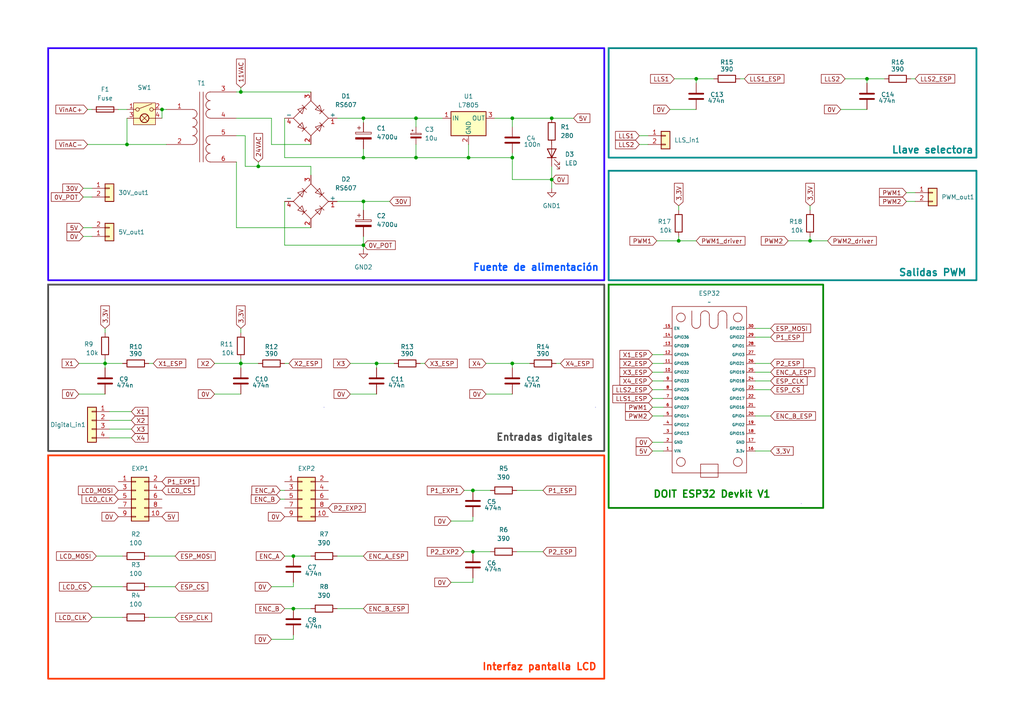
<source format=kicad_sch>
(kicad_sch (version 20231120) (generator "eeschema") (generator_version "8.0")
  (paper "A4")
  (title_block (title "Simulador de variador de frecuencia con ESP32") (date "2025-08-01") (rev "1.0") (company "Industrias Kuts S.A.S") (comment 1 "Drawn By: Oriana S."))
  (lib_symbols
    (symbol "Connector_Generic:Conn_01x02" (pin_names (offset 1.016) hide)
      (property "Reference" "J" (at 0 2.54 0))
      (property "Value" "Conn_01x02" (at 0 -5.08 0))
      (symbol "Conn_01x02_1_1"
        (rectangle (start -1.27 -2.413) (end 0 -2.667) (stroke (width 0.1524)))
        (rectangle (start -1.27 0.127) (end 0 -0.127) (stroke (width 0.1524)))
        (rectangle (start -1.27 1.27) (end 1.27 -3.81) (stroke (width 0.254)) (fill (type background)))
        (pin passive line (at -5.08 0 0) (length 3.81) (name "Pin_1") (number "1"))
        (pin passive line (at -5.08 -2.54 0) (length 3.81) (name "Pin_2") (number "2"))
      )
    )
    (symbol "Connector_Generic:Conn_01x04" (pin_names (offset 1.016) hide)
      (property "Reference" "J" (at 0 5.08 0))
      (property "Value" "Conn_01x04" (at 0 -7.62 0))
      (symbol "Conn_01x04_1_1"
        (rectangle (start -1.27 -4.953) (end 0 -5.207) (stroke (width 0.1524)))
        (rectangle (start -1.27 -2.413) (end 0 -2.667) (stroke (width 0.1524)))
        (rectangle (start -1.27 0.127) (end 0 -0.127) (stroke (width 0.1524)))
        (rectangle (start -1.27 2.667) (end 0 2.413) (stroke (width 0.1524)))
        (rectangle (start -1.27 3.81) (end 1.27 -6.35) (stroke (width 0.254)) (fill (type background)))
        (pin passive line (at -5.08 2.54 0) (length 3.81) (name "Pin_1") (number "1"))
        (pin passive line (at -5.08 0 0) (length 3.81) (name "Pin_2") (number "2"))
        (pin passive line (at -5.08 -2.54 0) (length 3.81) (name "Pin_3") (number "3"))
        (pin passive line (at -5.08 -5.08 0) (length 3.81) (name "Pin_4") (number "4"))
      )
    )
    (symbol "Connector_Generic:Conn_02x05_Odd_Even" (pin_names (offset 1.016) hide)
      (property "Reference" "J" (at 1.27 7.62 0))
      (property "Value" "Conn_02x05_Odd_Even" (at 1.27 -7.62 0))
      (symbol "Conn_02x05_Odd_Even_1_1"
        (rectangle (start -1.27 -4.953) (end 0 -5.207) (stroke (width 0.1524)))
        (rectangle (start -1.27 -2.413) (end 0 -2.667) (stroke (width 0.1524)))
        (rectangle (start -1.27 0.127) (end 0 -0.127) (stroke (width 0.1524)))
        (rectangle (start -1.27 2.667) (end 0 2.413) (stroke (width 0.1524)))
        (rectangle (start -1.27 5.207) (end 0 4.953) (stroke (width 0.1524)))
        (rectangle (start -1.27 6.35) (end 3.81 -6.35) (stroke (width 0.254)) (fill (type background)))
        (rectangle (start 3.81 -4.953) (end 2.54 -5.207) (stroke (width 0.1524)))
        (rectangle (start 3.81 -2.413) (end 2.54 -2.667) (stroke (width 0.1524)))
        (rectangle (start 3.81 0.127) (end 2.54 -0.127) (stroke (width 0.1524)))
        (rectangle (start 3.81 2.667) (end 2.54 2.413) (stroke (width 0.1524)))
        (rectangle (start 3.81 5.207) (end 2.54 4.953) (stroke (width 0.1524)))
        (pin passive line (at -5.08 5.08 0) (length 3.81) (name "Pin_1") (number "1"))
        (pin passive line (at 7.62 -5.08 180) (length 3.81) (name "Pin_10") (number "10"))
        (pin passive line (at 7.62 5.08 180) (length 3.81) (name "Pin_2") (number "2"))
        (pin passive line (at -5.08 2.54 0) (length 3.81) (name "Pin_3") (number "3"))
        (pin passive line (at 7.62 2.54 180) (length 3.81) (name "Pin_4") (number "4"))
        (pin passive line (at -5.08 0 0) (length 3.81) (name "Pin_5") (number "5"))
        (pin passive line (at 7.62 0 180) (length 3.81) (name "Pin_6") (number "6"))
        (pin passive line (at -5.08 -2.54 0) (length 3.81) (name "Pin_7") (number "7"))
        (pin passive line (at 7.62 -2.54 180) (length 3.81) (name "Pin_8") (number "8"))
        (pin passive line (at -5.08 -5.08 0) (length 3.81) (name "Pin_9") (number "9"))
      )
    )
    (symbol "Device:C" (pin_numbers hide) (pin_names (offset 0.254))
      (property "Reference" "C" (at 0.635 2.54 0))
      (property "Value" "C" (at 0.635 -2.54 0))
      (symbol "C_0_1"
        (polyline (pts (xy -2.032 -0.762) (xy 2.032 -0.762)) (stroke (width 0.508)))
        (polyline (pts (xy -2.032 0.762) (xy 2.032 0.762)) (stroke (width 0.508)))
      )
      (symbol "C_1_1"
        (pin passive line (at 0 3.81 270) (length 2.794) (name "~") (number "1"))
        (pin passive line (at 0 -3.81 90) (length 2.794) (name "~") (number "2"))
      )
    )
    (symbol "Device:C_Polarized" (pin_numbers hide) (pin_names (offset 0.254))
      (property "Reference" "C" (at 0.635 2.54 0))
      (property "Value" "C_Polarized" (at 0.635 -2.54 0))
      (symbol "C_Polarized_0_1"
        (rectangle (start -2.286 0.508) (end 2.286 1.016))
        (polyline (pts (xy -1.778 2.286) (xy -0.762 2.286)))
        (polyline (pts (xy -1.27 2.794) (xy -1.27 1.778)))
        (rectangle (start 2.286 -0.508) (end -2.286 -1.016) (fill (type outline)))
      )
      (symbol "C_Polarized_1_1"
        (pin passive line (at 0 3.81 270) (length 2.794) (name "~") (number "1"))
        (pin passive line (at 0 -3.81 90) (length 2.794) (name "~") (number "2"))
      )
    )
    (symbol "Device:C_Polarized_Small" (pin_numbers hide) (pin_names (offset 0.254) hide)
      (property "Reference" "C" (at 0.254 1.778 0))
      (property "Value" "C_Polarized_Small" (at 0.254 -2.032 0))
      (symbol "C_Polarized_Small_0_1"
        (rectangle (start -1.524 -0.3048) (end 1.524 -0.6858) (fill (type outline)))
        (rectangle (start -1.524 0.6858) (end 1.524 0.3048))
        (polyline (pts (xy -1.27 1.524) (xy -0.762 1.524)))
        (polyline (pts (xy -1.016 1.27) (xy -1.016 1.778)))
      )
      (symbol "C_Polarized_Small_1_1"
        (pin passive line (at 0 2.54 270) (length 1.8542) (name "~") (number "1"))
        (pin passive line (at 0 -2.54 90) (length 1.8542) (name "~") (number "2"))
      )
    )
    (symbol "Device:Fuse" (pin_numbers hide) (pin_names (offset 0))
      (property "Reference" "F" (at 2.032 0 90))
      (property "Value" "Fuse" (at -1.905 0 90))
      (symbol "Fuse_0_1"
        (rectangle (start -0.762 -2.54) (end 0.762 2.54) (stroke (width 0.254)))
        (polyline (pts (xy 0 2.54) (xy 0 -2.54)))
      )
      (symbol "Fuse_1_1"
        (pin passive line (at 0 3.81 270) (length 1.27) (name "~") (number "1"))
        (pin passive line (at 0 -3.81 90) (length 1.27) (name "~") (number "2"))
      )
    )
    (symbol "Device:LED" (pin_numbers hide) (pin_names (offset 1.016) hide)
      (property "Reference" "D" (at 0 2.54 0))
      (property "Value" "LED" (at 0 -2.54 0))
      (symbol "LED_0_1"
        (polyline (pts (xy -1.27 -1.27) (xy -1.27 1.27)) (stroke (width 0.254)))
        (polyline (pts (xy -1.27 0) (xy 1.27 0)))
        (polyline (pts (xy 1.27 -1.27) (xy 1.27 1.27) (xy -1.27 0) (xy 1.27 -1.27)) (stroke (width 0.254)))
        (polyline (pts (xy -3.048 -0.762) (xy -4.572 -2.286) (xy -3.81 -2.286) (xy -4.572 -2.286) (xy -4.572 -1.524)))
        (polyline (pts (xy -1.778 -0.762) (xy -3.302 -2.286) (xy -2.54 -2.286) (xy -3.302 -2.286) (xy -3.302 -1.524)))
      )
      (symbol "LED_1_1"
        (pin passive line (at -3.81 0 0) (length 2.54) (name "K") (number "1"))
        (pin passive line (at 3.81 0 180) (length 2.54) (name "A") (number "2"))
      )
    )
    (symbol "Device:R" (pin_numbers hide) (pin_names (offset 0))
      (property "Reference" "R" (at 2.032 0 90))
      (property "Value" "R" (at 0 0 90))
      (symbol "R_0_1"
        (rectangle (start -1.016 -2.54) (end 1.016 2.54) (stroke (width 0.254)))
      )
      (symbol "R_1_1"
        (pin passive line (at 0 3.81 270) (length 1.27) (name "~") (number "1"))
        (pin passive line (at 0 -3.81 90) (length 1.27) (name "~") (number "2"))
      )
    )
    (symbol "Device:Transformer_1P_2S" (pin_names (offset 1.016) hide)
      (property "Reference" "T" (at 0 12.7 0))
      (property "Value" "Transformer_1P_2S" (at 0 -12.7 0))
      (symbol "Transformer_1P_2S_0_1"
        (arc (start -2.54 -5.0546) (mid -1.6599 -4.6901) (end -1.27 -3.81))
        (arc (start -2.54 -2.5146) (mid -1.6599 -2.1501) (end -1.27 -1.27))
        (arc (start -2.54 0.0254) (mid -1.6599 0.3899) (end -1.27 1.27))
        (arc (start -2.54 2.5654) (mid -1.6599 2.9299) (end -1.27 3.81))
        (arc (start -1.27 -3.81) (mid -1.642 -2.912) (end -2.54 -2.54))
        (arc (start -1.27 -1.27) (mid -1.642 -0.372) (end -2.54 0))
        (arc (start -1.27 1.27) (mid -1.642 2.168) (end -2.54 2.54))
        (arc (start -1.27 3.81) (mid -1.642 4.708) (end -2.54 5.08))
        (polyline (pts (xy -0.508 -10.16) (xy -0.508 10.16)))
        (polyline (pts (xy 0.508 10.16) (xy 0.508 -10.16)))
        (arc (start 1.2954 -8.89) (mid 1.6599 -9.7701) (end 2.54 -10.1346))
        (arc (start 1.2954 -6.35) (mid 1.6599 -7.2301) (end 2.54 -7.5946))
        (arc (start 1.2954 -3.81) (mid 1.6599 -4.6901) (end 2.54 -5.0546))
        (arc (start 1.2954 3.81) (mid 1.6599 2.9299) (end 2.54 2.5654))
        (arc (start 1.2954 6.35) (mid 1.6599 5.4699) (end 2.54 5.1054))
        (arc (start 1.2954 8.89) (mid 1.6599 8.0099) (end 2.54 7.6454))
        (arc (start 2.54 -7.62) (mid 1.642 -7.992) (end 1.2954 -8.89))
        (arc (start 2.54 -5.08) (mid 1.642 -5.452) (end 1.2954 -6.35))
        (arc (start 2.54 -2.54) (mid 1.642 -2.912) (end 1.2954 -3.81))
        (arc (start 2.54 5.08) (mid 1.642 4.708) (end 1.2954 3.81))
        (arc (start 2.54 7.62) (mid 1.642 7.248) (end 1.2954 6.35))
        (arc (start 2.54 10.16) (mid 1.642 9.788) (end 1.2954 8.89))
      )
      (symbol "Transformer_1P_2S_1_1"
        (pin passive line (at -10.16 5.08 0) (length 7.62) (name "AA") (number "1"))
        (pin passive line (at -10.16 -5.08 0) (length 7.62) (name "AB") (number "2"))
        (pin passive line (at 10.16 10.16 180) (length 7.62) (name "SA") (number "3"))
        (pin passive line (at 10.16 2.54 180) (length 7.62) (name "SB") (number "4"))
        (pin passive line (at 10.16 -2.54 180) (length 7.62) (name "SC") (number "5"))
        (pin passive line (at 10.16 -10.16 180) (length 7.62) (name "SD") (number "6"))
      )
    )
    (symbol "Diode_Bridge:GBU6K" (pin_names (offset 0))
      (property "Reference" "D" (at 2.54 6.985 0))
      (property "Value" "GBU6K" (at 2.54 5.08 0))
      (symbol "GBU6K_0_1"
        (polyline (pts (xy -2.54 3.81) (xy -1.27 2.54)))
        (polyline (pts (xy -1.27 -2.54) (xy -2.54 -3.81)))
        (polyline (pts (xy 2.54 -1.27) (xy 3.81 -2.54)))
        (polyline (pts (xy 2.54 1.27) (xy 3.81 2.54)))
        (polyline (pts (xy -3.81 2.54) (xy -2.54 1.27) (xy -1.905 3.175) (xy -3.81 2.54)))
        (polyline (pts (xy -2.54 -1.27) (xy -3.81 -2.54) (xy -1.905 -3.175) (xy -2.54 -1.27)))
        (polyline (pts (xy 1.27 2.54) (xy 2.54 3.81) (xy 3.175 1.905) (xy 1.27 2.54)))
        (polyline (pts (xy 3.175 -1.905) (xy 1.27 -2.54) (xy 2.54 -3.81) (xy 3.175 -1.905)))
        (polyline (pts (xy -5.08 0) (xy 0 -5.08) (xy 5.08 0) (xy 0 5.08) (xy -5.08 0)))
      )
      (symbol "GBU6K_1_1"
        (pin passive line (at 7.62 0 180) (length 2.54) (name "+") (number "1"))
        (pin passive line (at 0 -7.62 90) (length 2.54) (name "~") (number "2"))
        (pin passive line (at 0 7.62 270) (length 2.54) (name "~") (number "3"))
        (pin passive line (at -7.62 0 0) (length 2.54) (name "-") (number "4"))
      )
    )
    (symbol "Doit_ESP32_Devkit_V1:ESP32_30Pin"
      (property "Reference" "U" (at 0 0 0))
      (property "Footprint" "ESP32_30pin" (at 0 -2.54 0))
      (symbol "ESP32_30Pin_0_1"
        (rectangle (start -24.13 10.795) (end 24.13 -10.795))
        (arc (start -22.8675 -1.2775) (mid -22.4933 -2.1733) (end -21.5975 -2.5475))
        (arc (start -22.8675 3.8025) (mid -22.4933 2.9067) (end -21.5975 2.5325))
        (arc (start -21.59 0) (mid -22.4873 -0.3727) (end -22.86 -1.27))
        (arc (start -21.59 5.08) (mid -22.4873 4.7073) (end -22.86 3.81))
        (circle (center -20.955 -8.255) (radius 1.27))
        (circle (center -20.955 8.255) (radius 1.27))
        (arc (start -19.0475 -5.0825) (mid -18.1502 -4.7098) (end -17.7775 -3.8125))
        (arc (start -19.0475 -0.0025) (mid -18.1502 0.3702) (end -17.7775 1.2675))
        (arc (start -17.77 -3.805) (mid -18.1442 -2.9092) (end -19.04 -2.535))
        (arc (start -17.77 1.275) (mid -18.1442 2.1708) (end -19.04 2.545))
        (polyline (pts (xy -21.59 -2.54) (xy -20.32 -2.54)))
        (polyline (pts (xy -21.59 0) (xy -20.32 0)))
        (polyline (pts (xy -21.59 2.54) (xy -20.32 2.54)))
        (polyline (pts (xy -21.59 5.08) (xy -20.32 5.08)))
        (polyline (pts (xy -20.32 -5.08) (xy -22.86 -5.08)))
        (polyline (pts (xy -20.32 5.08) (xy -17.78 5.08)))
        (polyline (pts (xy -19.0475 -5.0825) (xy -20.3175 -5.0825)))
        (polyline (pts (xy -19.0475 -2.5425) (xy -20.3175 -2.5425)))
        (polyline (pts (xy -19.0475 -0.0025) (xy -20.3175 -0.0025)))
        (polyline (pts (xy -19.0475 2.5375) (xy -20.3175 2.5375)))
        (circle (center 20.955 -8.255) (radius 1.27))
        (circle (center 20.955 8.255) (radius 1.27))
        (rectangle (start 21.59 2.54) (end 25.4 -2.54))
      )
      (symbol "ESP32_30Pin_1_1"
        (pin power_out line (at 17.78 -13.335 90) (length 2.54) (name "VIN") (number "1"))
        (pin bidirectional line (at -5.08 -13.335 90) (length 2.54) (name "GPIO32") (number "10"))
        (pin bidirectional line (at -7.62 -13.335 90) (length 2.54) (name "GPIO35") (number "11"))
        (pin bidirectional line (at -10.16 -13.335 90) (length 2.54) (name "GPIO34") (number "12"))
        (pin bidirectional line (at -12.7 -13.335 90) (length 2.54) (name "GPIO39") (number "13"))
        (pin bidirectional line (at -15.24 -13.335 90) (length 2.54) (name "GPIO36") (number "14"))
        (pin bidirectional line (at -17.78 -13.335 90) (length 2.54) (name "EN") (number "15"))
        (pin output line (at 17.78 13.335 270) (length 2.54) (name "3.3v") (number "16"))
        (pin power_in line (at 15.24 13.335 270) (length 2.54) (name "GND") (number "17"))
        (pin bidirectional line (at 12.7 13.335 270) (length 2.54) (name "GPIO15") (number "18"))
        (pin bidirectional line (at 10.16 13.335 270) (length 2.54) (name "GPIO2") (number "19"))
        (pin bidirectional line (at 15.24 -13.335 90) (length 2.54) (name "GND") (number "2"))
        (pin bidirectional line (at 7.62 13.335 270) (length 2.54) (name "GPIO4") (number "20"))
        (pin bidirectional line (at 5.08 13.335 270) (length 2.54) (name "GPIO16") (number "21"))
        (pin bidirectional line (at 2.54 13.335 270) (length 2.54) (name "GPIO17") (number "22"))
        (pin bidirectional line (at 0 13.335 270) (length 2.54) (name "GPIO5") (number "23"))
        (pin bidirectional line (at -2.54 13.335 270) (length 2.54) (name "GPIO18") (number "24"))
        (pin bidirectional line (at -5.08 13.335 270) (length 2.54) (name "GPIO19") (number "25"))
        (pin bidirectional line (at -7.62 13.335 270) (length 2.54) (name "GPIO21") (number "26"))
        (pin bidirectional line (at -10.16 13.335 270) (length 2.54) (name "GPIO3") (number "27"))
        (pin bidirectional line (at -12.7 13.335 270) (length 2.54) (name "GPIO1") (number "28"))
        (pin bidirectional line (at -15.24 13.335 270) (length 2.54) (name "GPIO22") (number "29"))
        (pin bidirectional line (at 12.7 -13.335 90) (length 2.54) (name "GPIO13") (number "3"))
        (pin bidirectional line (at -17.78 13.335 270) (length 2.54) (name "GPIO23") (number "30"))
        (pin bidirectional line (at 10.16 -13.335 90) (length 2.54) (name "GPIO12") (number "4"))
        (pin bidirectional line (at 7.62 -13.335 90) (length 2.54) (name "GPIO14") (number "5"))
        (pin bidirectional line (at 5.08 -13.335 90) (length 2.54) (name "GPIO27") (number "6"))
        (pin bidirectional line (at 2.54 -13.335 90) (length 2.54) (name "GPIO26") (number "7"))
        (pin bidirectional line (at 0 -13.335 90) (length 2.54) (name "GPIO25") (number "8"))
        (pin bidirectional line (at -2.54 -13.335 90) (length 2.54) (name "GPIO33") (number "9"))
      )
    )
    (symbol "Regulator_Linear:L7805" (pin_names (offset 0.254))
      (property "Reference" "U" (at -3.81 3.175 0))
      (property "Value" "L7805" (at 0 3.175 0))
      (symbol "L7805_0_1"
        (rectangle (start -5.08 1.905) (end 5.08 -5.08) (stroke (width 0.254)) (fill (type background)))
      )
      (symbol "L7805_1_1"
        (pin power_in line (at -7.62 0 0) (length 2.54) (name "IN") (number "1"))
        (pin power_in line (at 0 -7.62 90) (length 2.54) (name "GND") (number "2"))
        (pin power_out line (at 7.62 0 180) (length 2.54) (name "OUT") (number "3"))
      )
    )
    (symbol "Switch:SW_SPST_Lamp" (pin_names (offset 1.016) hide)
      (property "Reference" "SW" (at 0 6.35 0))
      (property "Value" "SW_SPST_Lamp" (at 0 -3.81 0))
      (symbol "SW_SPST_Lamp_0_1"
        (circle (center -2.032 2.54) (radius 0.508))
        (polyline (pts (xy -2.54 0) (xy -1.27 0)))
        (polyline (pts (xy -1.524 2.794) (xy 2.159 4.191)))
        (polyline (pts (xy -0.889 -0.889) (xy 0.889 0.889)))
        (polyline (pts (xy 0.889 -0.889) (xy -0.889 0.889)))
        (polyline (pts (xy 2.54 0) (xy 1.27 0)))
        (circle (center 0 0) (radius 1.27) (stroke (width 0.254)))
        (circle (center 2.032 2.54) (radius 0.508))
        (pin passive line (at -5.08 2.54 0) (length 2.54) (name "1") (number "1"))
        (pin passive line (at 5.08 2.54 180) (length 2.54) (name "2") (number "2"))
        (pin passive line (at -5.08 0 0) (length 2.54) (name "L") (number "3"))
        (pin passive line (at 5.08 0 180) (length 2.54) (name "L") (number "4"))
      )
      (symbol "SW_SPST_Lamp_1_1"
        (rectangle (start -3.175 4.445) (end 3.175 -1.905) (fill (type background)))
      )
    )
    (symbol "power:GND" (power) (pin_numbers hide) (pin_names (offset 0) hide)
      (property "Value" "GND" (at 0 -3.81 0))
      (symbol "GND_0_1"
        (polyline (pts (xy 0 0) (xy 0 -1.27) (xy 1.27 -1.27) (xy 0 -2.54) (xy -1.27 -1.27) (xy 0 -1.27)))
      )
      (symbol "GND_1_1"
        (pin power_in line (at 0 0 270) (length 0) (name "~") (number "1"))
      )
    )
  )
  (junction (at 148.59 34.29))
  (junction (at 148.59 105.41))
  (junction (at 234.95 69.85))
  (junction (at 135.89 45.72))
  (junction (at 69.85 105.41))
  (junction (at 251.46 22.86))
  (junction (at 105.41 45.72))
  (junction (at 120.65 45.72))
  (junction (at 120.65 34.29))
  (junction (at 105.41 71.12))
  (junction (at 36.83 41.91))
  (junction (at 85.09 161.29))
  (junction (at 201.93 22.86))
  (junction (at 69.85 26.67))
  (junction (at 85.09 176.53))
  (junction (at 30.48 105.41))
  (junction (at 105.41 34.29))
  (junction (at 74.93 48.26))
  (junction (at 137.16 160.02))
  (junction (at 46.99 31.75))
  (junction (at 160.02 34.29))
  (junction (at 109.22 105.41))
  (junction (at 137.16 142.24))
  (junction (at 105.41 58.42))
  (junction (at 160.02 52.07))
  (junction (at 148.59 45.72))
  (junction (at 196.85 69.85))
  (wire (pts (xy 68.58 26.67) (xy 69.85 26.67)))
  (wire (pts (xy 30.48 104.14) (xy 30.48 105.41)))
  (wire (pts (xy 69.85 25.4) (xy 69.85 26.67)))
  (wire (pts (xy 160.02 40.64) (xy 160.02 41.91)))
  (wire (pts (xy 46.99 31.75) (xy 48.26 31.75)))
  (wire (pts (xy 160.02 34.29) (xy 166.37 34.29)))
  (wire (pts (xy 120.65 34.29) (xy 105.41 34.29)))
  (wire (pts (xy 31.75 119.38) (xy 38.1 119.38)))
  (wire (pts (xy 161.29 105.41) (xy 162.56 105.41)))
  (wire (pts (xy 185.42 41.91) (xy 187.96 41.91)))
  (wire (pts (xy 245.11 22.86) (xy 251.46 22.86)))
  (wire (pts (xy 43.18 105.41) (xy 44.45 105.41)))
  (wire (pts (xy 195.58 22.86) (xy 201.93 22.86)))
  (wire (pts (xy 82.55 105.41) (xy 83.82 105.41)))
  (wire (pts (xy 82.55 176.53) (xy 85.09 176.53)))
  (wire (pts (xy 36.83 41.91) (xy 48.26 41.91)))
  (wire (pts (xy 189.23 113.03) (xy 192.405 113.03)))
  (wire (pts (xy 24.13 66.04) (xy 26.67 66.04)))
  (wire (pts (xy 120.65 36.83) (xy 120.65 34.29)))
  (wire (pts (xy 135.89 41.91) (xy 135.89 45.72)))
  (wire (pts (xy 34.29 31.75) (xy 36.83 31.75)))
  (wire (pts (xy 189.23 102.87) (xy 192.405 102.87)))
  (wire (pts (xy 196.85 59.69) (xy 196.85 60.96)))
  (wire (pts (xy 105.41 43.18) (xy 105.41 45.72)))
  (wire (pts (xy 69.85 26.67) (xy 90.17 26.67)))
  (wire (pts (xy 228.6 69.85) (xy 234.95 69.85)))
  (wire (pts (xy 46.99 31.75) (xy 46.99 34.29)))
  (wire (pts (xy 190.5 69.85) (xy 196.85 69.85)))
  (wire (pts (xy 251.46 22.86) (xy 256.54 22.86)))
  (wire (pts (xy 140.97 105.41) (xy 148.59 105.41)))
  (wire (pts (xy 31.75 124.46) (xy 38.1 124.46)))
  (wire (pts (xy 148.59 105.41) (xy 153.67 105.41)))
  (wire (pts (xy 148.59 45.72) (xy 148.59 52.07)))
  (wire (pts (xy 105.41 34.29) (xy 97.79 34.29)))
  (wire (pts (xy 234.95 59.69) (xy 234.95 60.96)))
  (wire (pts (xy 149.86 160.02) (xy 157.48 160.02)))
  (wire (pts (xy 43.18 161.29) (xy 50.8 161.29)))
  (wire (pts (xy 26.67 170.18) (xy 35.56 170.18)))
  (wire (pts (xy 160.02 52.07) (xy 160.02 54.61)))
  (wire (pts (xy 62.23 105.41) (xy 69.85 105.41)))
  (wire (pts (xy 105.41 72.39) (xy 105.41 71.12)))
  (wire (pts (xy 189.23 130.81) (xy 192.405 130.81)))
  (wire (pts (xy 120.65 45.72) (xy 105.41 45.72)))
  (wire (pts (xy 251.46 22.86) (xy 251.46 24.13)))
  (wire (pts (xy 82.55 34.29) (xy 82.55 45.72)))
  (wire (pts (xy 219.075 97.79) (xy 223.52 97.79)))
  (wire (pts (xy 105.41 35.56) (xy 105.41 34.29)))
  (wire (pts (xy 234.95 69.85) (xy 240.03 69.85)))
  (wire (pts (xy 90.17 48.26) (xy 74.93 48.26)))
  (wire (pts (xy 189.23 128.27) (xy 192.405 128.27)))
  (wire (pts (xy 189.23 110.49) (xy 192.405 110.49)))
  (wire (pts (xy 68.58 46.99) (xy 68.58 66.04)))
  (wire (pts (xy 196.85 68.58) (xy 196.85 69.85)))
  (wire (pts (xy 24.13 68.58) (xy 26.67 68.58)))
  (wire (pts (xy 137.16 151.13) (xy 130.81 151.13)))
  (wire (pts (xy 148.59 114.3) (xy 140.97 114.3)))
  (wire (pts (xy 27.94 161.29) (xy 35.56 161.29)))
  (wire (pts (xy 74.93 48.26) (xy 71.12 48.26)))
  (wire (pts (xy 69.85 114.3) (xy 62.23 114.3)))
  (wire (pts (xy 43.18 179.07) (xy 50.8 179.07)))
  (wire (pts (xy 105.41 71.12) (xy 82.55 71.12)))
  (wire (pts (xy 135.89 45.72) (xy 120.65 45.72)))
  (wire (pts (xy 105.41 58.42) (xy 113.03 58.42)))
  (wire (pts (xy 201.93 31.75) (xy 194.31 31.75)))
  (wire (pts (xy 219.075 110.49) (xy 223.52 110.49)))
  (wire (pts (xy 135.89 45.72) (xy 148.59 45.72)))
  (wire (pts (xy 223.52 113.03) (xy 219.075 113.03)))
  (wire (pts (xy 148.59 44.45) (xy 148.59 45.72)))
  (wire (pts (xy 30.48 95.25) (xy 30.48 96.52)))
  (wire (pts (xy 137.16 142.24) (xy 142.24 142.24)))
  (wire (pts (xy 105.41 68.58) (xy 105.41 71.12)))
  (wire (pts (xy 137.16 167.64) (xy 137.16 168.91)))
  (wire (pts (xy 81.28 142.24) (xy 82.55 142.24)))
  (wire (pts (xy 264.16 22.86) (xy 265.43 22.86)))
  (wire (pts (xy 148.59 34.29) (xy 160.02 34.29)))
  (wire (pts (xy 30.48 105.41) (xy 30.48 106.68)))
  (wire (pts (xy 85.09 161.29) (xy 90.17 161.29)))
  (wire (pts (xy 85.09 170.18) (xy 78.74 170.18)))
  (wire (pts (xy 68.58 34.29) (xy 78.74 34.29)))
  (wire (pts (xy 148.59 36.83) (xy 148.59 34.29)))
  (wire (pts (xy 262.89 55.88) (xy 265.43 55.88)))
  (wire (pts (xy 189.23 107.95) (xy 192.405 107.95)))
  (wire (pts (xy 90.17 48.26) (xy 90.17 50.8)))
  (wire (pts (xy 234.95 68.58) (xy 234.95 69.85)))
  (wire (pts (xy 189.23 105.41) (xy 192.405 105.41)))
  (wire (pts (xy 81.28 144.78) (xy 82.55 144.78)))
  (wire (pts (xy 22.86 105.41) (xy 30.48 105.41)))
  (wire (pts (xy 97.79 176.53) (xy 105.41 176.53)))
  (wire (pts (xy 201.93 22.86) (xy 201.93 24.13)))
  (wire (pts (xy 251.46 31.75) (xy 243.84 31.75)))
  (wire (pts (xy 189.23 115.57) (xy 192.405 115.57)))
  (wire (pts (xy 71.12 39.37) (xy 68.58 39.37)))
  (wire (pts (xy 69.85 104.14) (xy 69.85 105.41)))
  (wire (pts (xy 137.16 149.86) (xy 137.16 151.13)))
  (wire (pts (xy 85.09 185.42) (xy 78.74 185.42)))
  (wire (pts (xy 196.85 69.85) (xy 201.93 69.85)))
  (wire (pts (xy 109.22 114.3) (xy 101.6 114.3)))
  (wire (pts (xy 185.42 39.37) (xy 187.96 39.37)))
  (wire (pts (xy 109.22 105.41) (xy 109.22 106.68)))
  (wire (pts (xy 31.75 127) (xy 38.1 127)))
  (wire (pts (xy 78.74 34.29) (xy 78.74 41.91)))
  (wire (pts (xy 201.93 22.86) (xy 207.01 22.86)))
  (wire (pts (xy 25.4 41.91) (xy 36.83 41.91)))
  (wire (pts (xy 105.41 58.42) (xy 105.41 60.96)))
  (wire (pts (xy 134.62 160.02) (xy 137.16 160.02)))
  (wire (pts (xy 24.13 54.61) (xy 26.67 54.61)))
  (wire (pts (xy 101.6 105.41) (xy 109.22 105.41)))
  (wire (pts (xy 214.63 22.86) (xy 215.9 22.86)))
  (wire (pts (xy 68.58 66.04) (xy 90.17 66.04)))
  (wire (pts (xy 148.59 52.07) (xy 160.02 52.07)))
  (wire (pts (xy 85.09 176.53) (xy 90.17 176.53)))
  (wire (pts (xy 223.52 105.41) (xy 219.075 105.41)))
  (wire (pts (xy 85.09 184.15) (xy 85.09 185.42)))
  (wire (pts (xy 143.51 34.29) (xy 148.59 34.29)))
  (wire (pts (xy 262.89 58.42) (xy 265.43 58.42)))
  (wire (pts (xy 223.52 107.95) (xy 219.075 107.95)))
  (wire (pts (xy 25.4 31.75) (xy 26.67 31.75)))
  (wire (pts (xy 137.16 160.02) (xy 142.24 160.02)))
  (wire (pts (xy 121.92 105.41) (xy 123.19 105.41)))
  (wire (pts (xy 109.22 105.41) (xy 114.3 105.41)))
  (wire (pts (xy 74.93 46.99) (xy 74.93 48.26)))
  (wire (pts (xy 78.74 41.91) (xy 90.17 41.91)))
  (wire (pts (xy 189.23 118.11) (xy 192.405 118.11)))
  (wire (pts (xy 30.48 114.3) (xy 22.86 114.3)))
  (wire (pts (xy 189.23 120.65) (xy 192.405 120.65)))
  (wire (pts (xy 69.85 95.25) (xy 69.85 96.52)))
  (wire (pts (xy 97.79 161.29) (xy 105.41 161.29)))
  (wire (pts (xy 148.59 105.41) (xy 148.59 106.68)))
  (wire (pts (xy 97.79 58.42) (xy 105.41 58.42)))
  (wire (pts (xy 223.52 120.65) (xy 219.075 120.65)))
  (wire (pts (xy 43.18 170.18) (xy 50.8 170.18)))
  (wire (pts (xy 149.86 142.24) (xy 157.48 142.24)))
  (wire (pts (xy 26.67 179.07) (xy 35.56 179.07)))
  (wire (pts (xy 82.55 45.72) (xy 105.41 45.72)))
  (wire (pts (xy 82.55 161.29) (xy 85.09 161.29)))
  (wire (pts (xy 120.65 34.29) (xy 128.27 34.29)))
  (wire (pts (xy 36.83 34.29) (xy 36.83 41.91)))
  (wire (pts (xy 30.48 105.41) (xy 35.56 105.41)))
  (wire (pts (xy 134.62 142.24) (xy 137.16 142.24)))
  (wire (pts (xy 219.075 95.25) (xy 223.52 95.25)))
  (wire (pts (xy 137.16 168.91) (xy 130.81 168.91)))
  (wire (pts (xy 24.13 57.15) (xy 26.67 57.15)))
  (wire (pts (xy 82.55 58.42) (xy 82.55 71.12)))
  (wire (pts (xy 120.65 41.91) (xy 120.65 45.72)))
  (wire (pts (xy 85.09 168.91) (xy 85.09 170.18)))
  (wire (pts (xy 160.02 48.26) (xy 160.02 52.07)))
  (wire (pts (xy 31.75 121.92) (xy 38.1 121.92)))
  (wire (pts (xy 69.85 105.41) (xy 69.85 106.68)))
  (wire (pts (xy 219.075 130.81) (xy 223.52 130.81)))
  (wire (pts (xy 69.85 105.41) (xy 74.93 105.41)))
  (wire (pts (xy 71.12 39.37) (xy 71.12 48.26)))
  (rectangle (start 176.53 13.97) (end 283.21 45.72) (stroke (width 0.508) (color 0 132 132 1)))
  (rectangle (start 172.72 118.11) (end 172.72 118.11))
  (rectangle (start 176.53 82.55) (end 238.76 147.32) (stroke (width 0.508) (color 0 132 0 1)))
  (rectangle (start 13.97 82.55) (end 175.26 130.81) (stroke (width 0.508) (color 72 72 72 1)))
  (rectangle (start 93.98 118.11) (end 93.98 118.11))
  (rectangle (start 13.97 13.97) (end 175.26 81.28) (stroke (width 0.508) (color 52 0 255 1)))
  (rectangle (start 176.53 49.53) (end 283.21 81.28) (stroke (width 0.508) (color 0 132 132 1)))
  (rectangle (start 13.97 132.08) (end 175.26 196.85) (stroke (width 0.508) (color 255 49 0 1)))
  (rectangle (start 232.41 146.05) (end 232.41 146.05))
  (text "Fuente de alimentación" (at 155.448 77.724 0) (effects (font (size 2.032 2.032) (thickness 0.4064) (bold yes))))
  (text "Entradas digitales" (at 157.988 127 0) (effects (font (size 2.032 2.032) (thickness 0.4064) (bold yes))))
  (text "Llave selectora" (at 270.51 43.688 0) (effects (font (size 2.032 2.032) (bold yes))))
  (text "Interfaz pantalla LCD" (at 156.464 193.548 0) (effects (font (size 2.032 2.032) (thickness 0.4064) (bold yes))))
  (text "Salidas PWM" (at 270.51 79.248 0) (effects (font (size 2.032 2.032) (bold yes))))
  (text "DOIT ESP32 Devkit V1" (at 206.502 143.51 0) (effects (font (size 2.032 2.032) (thickness 0.4064) (bold yes))))
  (global_label "ENC_A" (shape input) (at 82.55 161.29 180) (property "Intersheetrefs" "${INTERSHEET_REFS}" (effects (hide yes))))
  (global_label "LCD_CS" (shape input) (at 26.67 170.18 180) (property "Intersheetrefs" "${INTERSHEET_REFS}" (effects (hide yes))))
  (global_label "LLS2_ESP" (shape input) (at 189.23 113.03 180) (property "Intersheetrefs" "${INTERSHEET_REFS}" (effects (hide yes))))
  (global_label "0V" (shape input) (at 243.84 31.75 180) (property "Intersheetrefs" "${INTERSHEET_REFS}" (effects (hide yes))))
  (global_label "0V" (shape input) (at 78.74 170.18 180) (property "Intersheetrefs" "${INTERSHEET_REFS}" (effects (hide yes))))
  (global_label "PWM2_driver" (shape input) (at 240.03 69.85 0) (property "Intersheetrefs" "${INTERSHEET_REFS}" (effects (hide yes))))
  (global_label "P1_ESP" (shape input) (at 223.52 97.79 0) (property "Intersheetrefs" "${INTERSHEET_REFS}" (effects (hide yes))))
  (global_label "0V" (shape input) (at 82.55 149.86 180) (property "Intersheetrefs" "${INTERSHEET_REFS}" (effects (hide yes))))
  (global_label "X1" (shape input) (at 38.1 119.38 0) (property "Intersheetrefs" "${INTERSHEET_REFS}" (effects (hide yes))))
  (global_label "LCD_MOSI" (shape input) (at 34.29 142.24 180) (property "Intersheetrefs" "${INTERSHEET_REFS}" (effects (hide yes))))
  (global_label "24VAC" (shape input) (at 74.93 46.99 90) (property "Intersheetrefs" "${INTERSHEET_REFS}" (effects (hide yes))))
  (global_label "5V" (shape input) (at 46.99 149.86 0) (property "Intersheetrefs" "${INTERSHEET_REFS}" (effects (hide yes))))
  (global_label "LLS2" (shape input) (at 245.11 22.86 180) (property "Intersheetrefs" "${INTERSHEET_REFS}" (effects (hide yes))))
  (global_label "0V" (shape input) (at 194.31 31.75 180) (property "Intersheetrefs" "${INTERSHEET_REFS}" (effects (hide yes))))
  (global_label "P1_ESP" (shape input) (at 157.48 142.24 0) (property "Intersheetrefs" "${INTERSHEET_REFS}" (effects (hide yes))))
  (global_label "ESP_CLK" (shape input) (at 223.52 110.49 0) (property "Intersheetrefs" "${INTERSHEET_REFS}" (effects (hide yes))))
  (global_label "ENC_B_ESP" (shape input) (at 223.52 120.65 0) (property "Intersheetrefs" "${INTERSHEET_REFS}" (effects (hide yes))))
  (global_label "P2_ESP" (shape input) (at 223.52 105.41 0) (property "Intersheetrefs" "${INTERSHEET_REFS}" (effects (hide yes))))
  (global_label "X2_ESP" (shape input) (at 83.82 105.41 0) (property "Intersheetrefs" "${INTERSHEET_REFS}" (effects (hide yes))))
  (global_label "X4_ESP" (shape input) (at 189.23 110.49 180) (property "Intersheetrefs" "${INTERSHEET_REFS}" (effects (hide yes))))
  (global_label "5V" (shape input) (at 189.23 130.81 180) (property "Intersheetrefs" "${INTERSHEET_REFS}" (effects (hide yes))))
  (global_label "0V_POT" (shape input) (at 24.13 57.15 180) (property "Intersheetrefs" "${INTERSHEET_REFS}" (effects (hide yes))))
  (global_label "0V" (shape input) (at 130.81 151.13 180) (property "Intersheetrefs" "${INTERSHEET_REFS}" (effects (hide yes))))
  (global_label "PWM2" (shape input) (at 262.89 58.42 180) (property "Intersheetrefs" "${INTERSHEET_REFS}" (effects (hide yes))))
  (global_label "LCD_MOSI" (shape input) (at 27.94 161.29 180) (property "Intersheetrefs" "${INTERSHEET_REFS}" (effects (hide yes))))
  (global_label "X3_ESP" (shape input) (at 189.23 107.95 180) (property "Intersheetrefs" "${INTERSHEET_REFS}" (effects (hide yes))))
  (global_label "0V" (shape input) (at 130.81 168.91 180) (property "Intersheetrefs" "${INTERSHEET_REFS}" (effects (hide yes))))
  (global_label "ESP_CLK" (shape input) (at 50.8 179.07 0) (property "Intersheetrefs" "${INTERSHEET_REFS}" (effects (hide yes))))
  (global_label "30V" (shape input) (at 113.03 58.42 0) (property "Intersheetrefs" "${INTERSHEET_REFS}" (effects (hide yes))))
  (global_label "P1_EXP1" (shape input) (at 46.99 139.7 0) (property "Intersheetrefs" "${INTERSHEET_REFS}" (effects (hide yes))))
  (global_label "5V" (shape input) (at 24.13 66.04 180) (property "Intersheetrefs" "${INTERSHEET_REFS}" (effects (hide yes))))
  (global_label "PWM2" (shape input) (at 189.23 120.65 180) (property "Intersheetrefs" "${INTERSHEET_REFS}" (effects (hide yes))))
  (global_label "X3_ESP" (shape input) (at 123.19 105.41 0) (property "Intersheetrefs" "${INTERSHEET_REFS}" (effects (hide yes))))
  (global_label "X1_ESP" (shape input) (at 189.23 102.87 180) (property "Intersheetrefs" "${INTERSHEET_REFS}" (effects (hide yes))))
  (global_label "LLS2" (shape input) (at 185.42 41.91 180) (property "Intersheetrefs" "${INTERSHEET_REFS}" (effects (hide yes))))
  (global_label "LCD_CS" (shape input) (at 46.99 142.24 0) (property "Intersheetrefs" "${INTERSHEET_REFS}" (effects (hide yes))))
  (global_label "0V_POT" (shape input) (at 105.41 71.12 0) (property "Intersheetrefs" "${INTERSHEET_REFS}" (effects (hide yes))))
  (global_label "LLS1" (shape input) (at 185.42 39.37 180) (property "Intersheetrefs" "${INTERSHEET_REFS}" (effects (hide yes))))
  (global_label "ENC_B" (shape input) (at 81.28 144.78 180) (property "Intersheetrefs" "${INTERSHEET_REFS}" (effects (hide yes))))
  (global_label "0V" (shape input) (at 140.97 114.3 180) (property "Intersheetrefs" "${INTERSHEET_REFS}" (effects (hide yes))))
  (global_label "0V" (shape input) (at 24.13 68.58 180) (property "Intersheetrefs" "${INTERSHEET_REFS}" (effects (hide yes))))
  (global_label "0V" (shape input) (at 78.74 185.42 180) (property "Intersheetrefs" "${INTERSHEET_REFS}" (effects (hide yes))))
  (global_label "LLS1_ESP" (shape input) (at 189.23 115.57 180) (property "Intersheetrefs" "${INTERSHEET_REFS}" (effects (hide yes))))
  (global_label "PWM1" (shape input) (at 189.23 118.11 180) (property "Intersheetrefs" "${INTERSHEET_REFS}" (effects (hide yes))))
  (global_label "X2" (shape input) (at 62.23 105.41 180) (property "Intersheetrefs" "${INTERSHEET_REFS}" (effects (hide yes))))
  (global_label "X1_ESP" (shape input) (at 44.45 105.41 0) (property "Intersheetrefs" "${INTERSHEET_REFS}" (effects (hide yes))))
  (global_label "PWM2" (shape input) (at 228.6 69.85 180) (property "Intersheetrefs" "${INTERSHEET_REFS}" (effects (hide yes))))
  (global_label "ENC_A_ESP" (shape input) (at 223.52 107.95 0) (property "Intersheetrefs" "${INTERSHEET_REFS}" (effects (hide yes))))
  (global_label "ESP_MOSI" (shape input) (at 223.52 95.25 0) (property "Intersheetrefs" "${INTERSHEET_REFS}" (effects (hide yes))))
  (global_label "LLS1_ESP" (shape input) (at 215.9 22.86 0) (property "Intersheetrefs" "${INTERSHEET_REFS}" (effects (hide yes))))
  (global_label "ESP_CS" (shape input) (at 50.8 170.18 0) (property "Intersheetrefs" "${INTERSHEET_REFS}" (effects (hide yes))))
  (global_label "P2_EXP2" (shape input) (at 95.25 147.32 0) (property "Intersheetrefs" "${INTERSHEET_REFS}" (effects (hide yes))))
  (global_label "VinAC+" (shape input) (at 25.4 31.75 180) (property "Intersheetrefs" "${INTERSHEET_REFS}" (effects (hide yes))))
  (global_label "5V" (shape input) (at 166.37 34.29 0) (property "Intersheetrefs" "${INTERSHEET_REFS}" (effects (hide yes))))
  (global_label "0V" (shape input) (at 34.29 149.86 180) (property "Intersheetrefs" "${INTERSHEET_REFS}" (effects (hide yes))))
  (global_label "PWM1_driver" (shape input) (at 201.93 69.85 0) (property "Intersheetrefs" "${INTERSHEET_REFS}" (effects (hide yes))))
  (global_label "ESP_CS" (shape input) (at 223.52 113.03 0) (property "Intersheetrefs" "${INTERSHEET_REFS}" (effects (hide yes))))
  (global_label "0V" (shape input) (at 101.6 114.3 180) (property "Intersheetrefs" "${INTERSHEET_REFS}" (effects (hide yes))))
  (global_label "PWM1" (shape input) (at 262.89 55.88 180) (property "Intersheetrefs" "${INTERSHEET_REFS}" (effects (hide yes))))
  (global_label "30V" (shape input) (at 24.13 54.61 180) (property "Intersheetrefs" "${INTERSHEET_REFS}" (effects (hide yes))))
  (global_label "3,3V" (shape input) (at 30.48 95.25 90) (property "Intersheetrefs" "${INTERSHEET_REFS}" (effects (hide yes))))
  (global_label "ENC_A" (shape input) (at 81.28 142.24 180) (property "Intersheetrefs" "${INTERSHEET_REFS}" (effects (hide yes))))
  (global_label "3,3V" (shape input) (at 223.52 130.81 0) (property "Intersheetrefs" "${INTERSHEET_REFS}" (effects (hide yes))))
  (global_label "X4_ESP" (shape input) (at 162.56 105.41 0) (property "Intersheetrefs" "${INTERSHEET_REFS}" (effects (hide yes))))
  (global_label "3,3V" (shape input) (at 234.95 59.69 90) (property "Intersheetrefs" "${INTERSHEET_REFS}" (effects (hide yes))))
  (global_label "LCD_CLK" (shape input) (at 26.67 179.07 180) (property "Intersheetrefs" "${INTERSHEET_REFS}" (effects (hide yes))))
  (global_label "LCD_CLK" (shape input) (at 34.29 144.78 180) (property "Intersheetrefs" "${INTERSHEET_REFS}" (effects (hide yes))))
  (global_label "LLS2_ESP" (shape input) (at 265.43 22.86 0) (property "Intersheetrefs" "${INTERSHEET_REFS}" (effects (hide yes))))
  (global_label "VinAC-" (shape input) (at 25.4 41.91 180) (property "Intersheetrefs" "${INTERSHEET_REFS}" (effects (hide yes))))
  (global_label "0V" (shape input) (at 22.86 114.3 180) (property "Intersheetrefs" "${INTERSHEET_REFS}" (effects (hide yes))))
  (global_label "P1_EXP1" (shape input) (at 134.62 142.24 180) (property "Intersheetrefs" "${INTERSHEET_REFS}" (effects (hide yes))))
  (global_label "X3" (shape input) (at 38.1 124.46 0) (property "Intersheetrefs" "${INTERSHEET_REFS}" (effects (hide yes))))
  (global_label "X2_ESP" (shape input) (at 189.23 105.41 180) (property "Intersheetrefs" "${INTERSHEET_REFS}" (effects (hide yes))))
  (global_label "ESP_MOSI" (shape input) (at 50.8 161.29 0) (property "Intersheetrefs" "${INTERSHEET_REFS}" (effects (hide yes))))
  (global_label "P2_ESP" (shape input) (at 157.48 160.02 0) (property "Intersheetrefs" "${INTERSHEET_REFS}" (effects (hide yes))))
  (global_label "ENC_B" (shape input) (at 82.55 176.53 180) (property "Intersheetrefs" "${INTERSHEET_REFS}" (effects (hide yes))))
  (global_label "0V" (shape input) (at 62.23 114.3 180) (property "Intersheetrefs" "${INTERSHEET_REFS}" (effects (hide yes))))
  (global_label "3,3V" (shape input) (at 69.85 95.25 90) (property "Intersheetrefs" "${INTERSHEET_REFS}" (effects (hide yes))))
  (global_label "X2" (shape input) (at 38.1 121.92 0) (property "Intersheetrefs" "${INTERSHEET_REFS}" (effects (hide yes))))
  (global_label "X1" (shape input) (at 22.86 105.41 180) (property "Intersheetrefs" "${INTERSHEET_REFS}" (effects (hide yes))))
  (global_label "LLS1" (shape input) (at 195.58 22.86 180) (property "Intersheetrefs" "${INTERSHEET_REFS}" (effects (hide yes))))
  (global_label "PWM1" (shape input) (at 190.5 69.85 180) (property "Intersheetrefs" "${INTERSHEET_REFS}" (effects (hide yes))))
  (global_label "X3" (shape input) (at 101.6 105.41 180) (property "Intersheetrefs" "${INTERSHEET_REFS}" (effects (hide yes))))
  (global_label "ENC_B_ESP" (shape input) (at 105.41 176.53 0) (property "Intersheetrefs" "${INTERSHEET_REFS}" (effects (hide yes))))
  (global_label "0V" (shape input) (at 160.02 52.07 0) (property "Intersheetrefs" "${INTERSHEET_REFS}" (effects (hide yes))))
  (global_label "X4" (shape input) (at 140.97 105.41 180) (property "Intersheetrefs" "${INTERSHEET_REFS}" (effects (hide yes))))
  (global_label "0V" (shape input) (at 189.23 128.27 180) (property "Intersheetrefs" "${INTERSHEET_REFS}" (effects (hide yes))))
  (global_label "X4" (shape input) (at 38.1 127 0) (property "Intersheetrefs" "${INTERSHEET_REFS}" (effects (hide yes))))
  (global_label "P2_EXP2" (shape input) (at 134.62 160.02 180) (property "Intersheetrefs" "${INTERSHEET_REFS}" (effects (hide yes))))
  (global_label "ENC_A_ESP" (shape input) (at 105.41 161.29 0) (property "Intersheetrefs" "${INTERSHEET_REFS}" (effects (hide yes))))
  (global_label "3,3V" (shape input) (at 196.85 59.69 90) (property "Intersheetrefs" "${INTERSHEET_REFS}" (effects (hide yes))))
  (global_label "11VAC" (shape input) (at 69.85 25.4 90) (property "Intersheetrefs" "${INTERSHEET_REFS}" (effects (hide yes))))
  (symbol (lib_id "Device:R") (at 210.82 22.86 90) (unit 1)
    (property "Reference" "R15" (at 210.82 18.034 90))
    (property "Value" "390" (at 210.82 20.066 90))
    (property "Footprint" "Resistor_THT:R_Axial_DIN0207_L6.3mm_D2.5mm_P10.16mm_Horizontal" (effects (hide yes)))
    (property "Description" "Resistor" (effects (hide yes)))
  )
  (symbol (lib_id "power:GND") (at 105.41 72.39 0) (unit 1)
    (property "Reference" "#PWR02" (effects (hide yes)))
    (property "Value" "GND2" (at 105.41 77.47 0))
    (property "Description" "Power symbol creates a global label with name \"GND\" , ground" (effects (hide yes)))
  )
  (symbol (lib_id "Device:R") (at 146.05 160.02 90) (unit 1)
    (property "Reference" "R6" (at 146.05 153.67 90))
    (property "Value" "390" (at 146.05 156.21 90))
    (property "Footprint" "Resistor_THT:R_Axial_DIN0207_L6.3mm_D2.5mm_P10.16mm_Horizontal" (effects (hide yes)))
    (property "Description" "Resistor" (effects (hide yes)))
  )
  (symbol (lib_id "Device:R") (at 234.95 64.77 180) (unit 1)
    (property "Reference" "R18" (at 228.854 64.262 0) (effects (justify right)))
    (property "Value" "10k" (at 229.362 66.802 0) (effects (justify right)))
    (property "Footprint" "Resistor_THT:R_Axial_DIN0207_L6.3mm_D2.5mm_P10.16mm_Horizontal" (effects (hide yes)))
    (property "Description" "Resistor" (effects (hide yes)))
  )
  (symbol (lib_id "Device:R") (at 39.37 179.07 90) (unit 1)
    (property "Reference" "R4" (at 39.37 172.72 90))
    (property "Value" "100" (at 39.37 175.26 90))
    (property "Footprint" "Resistor_THT:R_Axial_DIN0207_L6.3mm_D2.5mm_P10.16mm_Horizontal" (effects (hide yes)))
    (property "Description" "Resistor" (effects (hide yes)))
  )
  (symbol (lib_id "Device:C") (at 148.59 40.64 0) (unit 1)
    (property "Reference" "C4" (at 152.654 40.132 0) (effects (justify left)))
    (property "Value" "100n" (at 151.892 41.91 0) (effects (justify left)))
    (property "Footprint" "Capacitor_THT:C_Disc_D5.0mm_W2.5mm_P5.00mm" (effects (hide yes)))
    (property "Description" "Unpolarized capacitor" (effects (hide yes)))
  )
  (symbol (lib_id "Device:C") (at 137.16 146.05 0) (unit 1)
    (property "Reference" "C5" (at 141.224 145.542 0) (effects (justify left)))
    (property "Value" "474n" (at 140.462 147.32 0) (effects (justify left)))
    (property "Footprint" "Capacitor_THT:C_Disc_D5.0mm_W2.5mm_P5.00mm" (effects (hide yes)))
    (property "Description" "Unpolarized capacitor" (effects (hide yes)))
  )
  (symbol (lib_id "Device:C") (at 30.48 110.49 0) (unit 1)
    (property "Reference" "C9" (at 34.544 109.982 0) (effects (justify left)))
    (property "Value" "474n" (at 33.782 111.76 0) (effects (justify left)))
    (property "Footprint" "Capacitor_THT:C_Disc_D5.0mm_W2.5mm_P5.00mm" (effects (hide yes)))
    (property "Description" "Unpolarized capacitor" (effects (hide yes)))
  )
  (symbol (lib_id "Device:C_Polarized") (at 105.41 64.77 0) (unit 1)
    (property "Reference" "C2" (at 109.22 62.6109 0) (effects (justify left)))
    (property "Value" "4700u" (at 109.22 65.1509 0) (effects (justify left)))
    (property "Footprint" "Capacitor_THT:CP_Radial_D22.0mm_P10.00mm_SnapIn" (effects (hide yes)))
    (property "Description" "Polarized capacitor" (effects (hide yes)))
  )
  (symbol (lib_id "Device:Fuse") (at 30.48 31.75 270) (unit 1)
    (property "Reference" "F1" (at 30.48 25.9229 90))
    (property "Value" "Fuse" (at 30.48 28.4629 90))
    (property "Footprint" "Fuse:Fuse_Littelfuse-LVR100" (effects (hide yes)))
    (property "Description" "Fuse" (effects (hide yes)))
  )
  (symbol (lib_id "Device:C") (at 69.85 110.49 0) (unit 1)
    (property "Reference" "C10" (at 73.914 109.982 0) (effects (justify left)))
    (property "Value" "474n" (at 73.152 111.76 0) (effects (justify left)))
    (property "Footprint" "Capacitor_THT:C_Disc_D5.0mm_W2.5mm_P5.00mm" (effects (hide yes)))
    (property "Description" "Unpolarized capacitor" (effects (hide yes)))
  )
  (symbol (lib_id "Device:R") (at 146.05 142.24 90) (unit 1)
    (property "Reference" "R5" (at 146.05 135.89 90))
    (property "Value" "390" (at 146.05 138.43 90))
    (property "Footprint" "Resistor_THT:R_Axial_DIN0207_L6.3mm_D2.5mm_P10.16mm_Horizontal" (effects (hide yes)))
    (property "Description" "Resistor" (effects (hide yes)))
  )
  (symbol (lib_id "Device:R") (at 78.74 105.41 90) (unit 1)
    (property "Reference" "R12" (at 78.74 100.584 90))
    (property "Value" "390" (at 78.74 102.616 90))
    (property "Footprint" "Resistor_THT:R_Axial_DIN0207_L6.3mm_D2.5mm_P10.16mm_Horizontal" (effects (hide yes)))
    (property "Description" "Resistor" (effects (hide yes)))
  )
  (symbol (lib_id "Connector_Generic:Conn_01x02") (at 270.51 55.88 0) (unit 1)
    (property "Reference" "PWM_out1" (at 273.05 57.1499 0) (effects (justify left)))
    (property "Value" "Conn_01x02" (effects (hide yes)))
    (property "Footprint" "TerminalBlock_Phoenix:TerminalBlock_Phoenix_MKDS-1,5-2_1x02_P5.00mm_Horizontal" (effects (hide yes)))
    (property "Description" "Generic connector, single row, 01x02, script generated (kicad-library-utils/schlib/autogen/connector/)" (effects (hide yes)))
  )
  (symbol (lib_id "Device:R") (at 93.98 176.53 90) (unit 1)
    (property "Reference" "R8" (at 93.98 170.18 90))
    (property "Value" "390" (at 93.98 172.72 90))
    (property "Footprint" "Resistor_THT:R_Axial_DIN0207_L6.3mm_D2.5mm_P10.16mm_Horizontal" (effects (hide yes)))
    (property "Description" "Resistor" (effects (hide yes)))
  )
  (symbol (lib_id "Device:Transformer_1P_2S") (at 58.42 36.83 0) (unit 1)
    (property "Reference" "T1" (at 58.42 24.13 0))
    (property "Value" "Transformer_1P_2S" (effects (hide yes)))
    (property "Footprint" "Transformer_THT:Transformer_Myrra_EI30-5_44000_Horizontal " (effects (hide yes)))
    (property "Description" "Transformer, single primary, dual secondary" (effects (hide yes)))
  )
  (symbol (lib_id "Device:C") (at 85.09 180.34 0) (unit 1)
    (property "Reference" "C8" (at 89.154 179.832 0) (effects (justify left)))
    (property "Value" "474n" (at 88.392 181.61 0) (effects (justify left)))
    (property "Footprint" "Capacitor_THT:C_Disc_D5.0mm_W2.5mm_P5.00mm" (effects (hide yes)))
    (property "Description" "Unpolarized capacitor" (effects (hide yes)))
  )
  (symbol (lib_id "Diode_Bridge:GBU6K") (at 90.17 34.29 0) (unit 1)
    (property "Reference" "D1" (at 100.33 27.8698 0))
    (property "Value" "RS607" (at 100.33 30.4098 0))
    (property "Footprint" "Diode_THT:Diode_Bridge_Vishay_GBU" (effects (hide yes)))
    (property "Datasheet" "http://www.vishay.com/docs/88656/gbu6a.pdf" (effects (hide yes)))
    (property "Description" "Single-Phase Bridge Rectifier, 560V Vrms, 6.0A If, GBU package" (effects (hide yes)))
  )
  (symbol (lib_id "Device:R") (at 118.11 105.41 90) (unit 1)
    (property "Reference" "R13" (at 118.11 100.584 90))
    (property "Value" "390" (at 118.11 102.616 90))
    (property "Footprint" "Resistor_THT:R_Axial_DIN0207_L6.3mm_D2.5mm_P10.16mm_Horizontal" (effects (hide yes)))
    (property "Description" "Resistor" (effects (hide yes)))
  )
  (symbol (lib_id "Device:R") (at 160.02 38.1 0) (unit 1)
    (property "Reference" "R1" (at 162.56 36.8299 0) (effects (justify left)))
    (property "Value" "280" (at 162.56 39.3699 0) (effects (justify left)))
    (property "Footprint" "Resistor_THT:R_Axial_DIN0207_L6.3mm_D2.5mm_P10.16mm_Horizontal" (effects (hide yes)))
    (property "Description" "Resistor" (effects (hide yes)))
  )
  (symbol (lib_id "Device:C") (at 137.16 163.83 0) (unit 1)
    (property "Reference" "C6" (at 141.224 163.322 0) (effects (justify left)))
    (property "Value" "474n" (at 140.462 165.1 0) (effects (justify left)))
    (property "Footprint" "Capacitor_THT:C_Disc_D5.0mm_W2.5mm_P5.00mm" (effects (hide yes)))
    (property "Description" "Unpolarized capacitor" (effects (hide yes)))
  )
  (symbol (lib_id "Device:R") (at 39.37 161.29 90) (unit 1)
    (property "Reference" "R2" (at 39.37 154.94 90))
    (property "Value" "100" (at 39.37 157.48 90))
    (property "Footprint" "Resistor_THT:R_Axial_DIN0207_L6.3mm_D2.5mm_P10.16mm_Horizontal" (effects (hide yes)))
    (property "Description" "Resistor" (effects (hide yes)))
  )
  (symbol (lib_id "Device:R") (at 30.48 100.33 180) (unit 1)
    (property "Reference" "R9" (at 24.384 99.822 0) (effects (justify right)))
    (property "Value" "10k" (at 24.892 102.362 0) (effects (justify right)))
    (property "Footprint" "Resistor_THT:R_Axial_DIN0207_L6.3mm_D2.5mm_P10.16mm_Horizontal" (effects (hide yes)))
    (property "Description" "Resistor" (effects (hide yes)))
  )
  (symbol (lib_id "Device:C") (at 201.93 27.94 0) (unit 1)
    (property "Reference" "C13" (at 205.994 27.432 0) (effects (justify left)))
    (property "Value" "474n" (at 205.232 29.21 0) (effects (justify left)))
    (property "Footprint" "Capacitor_THT:C_Disc_D5.0mm_W2.5mm_P5.00mm" (effects (hide yes)))
    (property "Description" "Unpolarized capacitor" (effects (hide yes)))
  )
  (symbol (lib_id "Device:R") (at 196.85 64.77 180) (unit 1)
    (property "Reference" "R17" (at 190.754 64.262 0) (effects (justify right)))
    (property "Value" "10k" (at 191.262 66.802 0) (effects (justify right)))
    (property "Footprint" "Resistor_THT:R_Axial_DIN0207_L6.3mm_D2.5mm_P10.16mm_Horizontal" (effects (hide yes)))
    (property "Description" "Resistor" (effects (hide yes)))
  )
  (symbol (lib_id "Device:R") (at 260.35 22.86 90) (unit 1)
    (property "Reference" "R16" (at 260.35 18.034 90))
    (property "Value" "390" (at 260.35 20.066 90))
    (property "Footprint" "Resistor_THT:R_Axial_DIN0207_L6.3mm_D2.5mm_P10.16mm_Horizontal" (effects (hide yes)))
    (property "Description" "Resistor" (effects (hide yes)))
  )
  (symbol (lib_id "Connector_Generic:Conn_02x05_Odd_Even") (at 87.63 144.78 0) (unit 1)
    (property "Reference" "J2" (effects (hide yes)))
    (property "Value" "EXP2" (at 88.9 135.89 0))
    (property "Footprint" "Connector_IDC:IDC-Header_2x05_P2.54mm_Vertical" (effects (hide yes)))
    (property "Description" "Generic connector, double row, 02x05, odd/even pin numbering scheme (row 1 odd numbers, row 2 even numbers), script generated (kicad-library-utils/schlib/autogen/connector/)" (effects (hide yes)))
  )
  (symbol (lib_id "Device:R") (at 39.37 105.41 90) (unit 1)
    (property "Reference" "R10" (at 39.37 100.584 90))
    (property "Value" "390" (at 39.37 102.616 90))
    (property "Footprint" "Resistor_THT:R_Axial_DIN0207_L6.3mm_D2.5mm_P10.16mm_Horizontal" (effects (hide yes)))
    (property "Description" "Resistor" (effects (hide yes)))
  )
  (symbol (lib_id "Device:LED") (at 160.02 44.45 90) (unit 1)
    (property "Reference" "D3" (at 163.83 44.7674 90) (effects (justify right)))
    (property "Value" "LED" (at 163.83 47.3074 90) (effects (justify right)))
    (property "Footprint" "LED_THT:LED_D5.0mm" (effects (hide yes)))
    (property "Description" "Light emitting diode" (effects (hide yes)))
  )
  (symbol (lib_id "Regulator_Linear:L7805") (at 135.89 34.29 0) (unit 1)
    (property "Reference" "U1" (at 135.89 27.94 0))
    (property "Value" "L7805" (at 135.89 30.48 0))
    (property "Footprint" "Package_TO_SOT_THT:TO-220-3_Vertical" (effects (hide yes)))
    (property "Datasheet" "http://www.st.com/content/ccc/resource/technical/document/datasheet/41/4f/b3/b0/12/d4/47/88/CD00000444.pdf/files/CD00000444.pdf/jcr:content/translations/en.CD00000444.pdf" (effects (hide yes)))
    (property "Description" "Positive 1.5A 35V Linear Regulator, Fixed Output 5V, TO-220/TO-263/TO-252" (effects (hide yes)))
  )
  (symbol (lib_id "Device:C") (at 85.09 165.1 0) (unit 1)
    (property "Reference" "C7" (at 89.154 164.592 0) (effects (justify left)))
    (property "Value" "474n" (at 88.392 166.37 0) (effects (justify left)))
    (property "Footprint" "Capacitor_THT:C_Disc_D5.0mm_W2.5mm_P5.00mm" (effects (hide yes)))
    (property "Description" "Unpolarized capacitor" (effects (hide yes)))
  )
  (symbol (lib_id "Connector_Generic:Conn_01x02") (at 31.75 68.58 0) (mirror x) (unit 1)
    (property "Reference" "5V_out1" (at 34.29 67.3101 0) (effects (justify left)))
    (property "Value" "Conn_01x02" (effects (hide yes)))
    (property "Footprint" "TerminalBlock_Phoenix:TerminalBlock_Phoenix_MKDS-1,5-2_1x02_P5.00mm_Horizontal" (effects (hide yes)))
    (property "Description" "Generic connector, single row, 01x02, script generated (kicad-library-utils/schlib/autogen/connector/)" (effects (hide yes)))
  )
  (symbol (lib_id "Connector_Generic:Conn_02x05_Odd_Even") (at 39.37 144.78 0) (unit 1)
    (property "Reference" "J1" (effects (hide yes)))
    (property "Value" "EXP1" (at 40.64 135.89 0))
    (property "Footprint" "Connector_IDC:IDC-Header_2x05_P2.54mm_Vertical" (effects (hide yes)))
    (property "Description" "Generic connector, double row, 02x05, odd/even pin numbering scheme (row 1 odd numbers, row 2 even numbers), script generated (kicad-library-utils/schlib/autogen/connector/)" (effects (hide yes)))
  )
  (symbol (lib_id "Connector_Generic:Conn_01x04") (at 26.67 121.92 0) (mirror y) (unit 1)
    (property "Reference" "Digital_in1" (at 24.892 123.19 0) (effects (justify left)))
    (property "Value" "Conn_01x04" (effects (hide yes)))
    (property "Footprint" "TerminalBlock_Phoenix:TerminalBlock_Phoenix_MKDS-1,5-4_1x04_P5.00mm_Horizontal" (effects (hide yes)))
    (property "Description" "Generic connector, single row, 01x04, script generated (kicad-library-utils/schlib/autogen/connector/)" (effects (hide yes)))
  )
  (symbol (lib_id "Device:R") (at 93.98 161.29 90) (unit 1)
    (property "Reference" "R7" (at 93.98 154.94 90))
    (property "Value" "390" (at 93.98 157.48 90))
    (property "Footprint" "Resistor_THT:R_Axial_DIN0207_L6.3mm_D2.5mm_P10.16mm_Horizontal" (effects (hide yes)))
    (property "Description" "Resistor" (effects (hide yes)))
  )
  (symbol (lib_id "Device:C_Polarized") (at 105.41 39.37 0) (unit 1)
    (property "Reference" "C1" (at 109.22 37.2109 0) (effects (justify left)))
    (property "Value" "4700u" (at 109.22 39.7509 0) (effects (justify left)))
    (property "Footprint" "Capacitor_THT:CP_Radial_D16.0mm_P7.50mm" (effects (hide yes)))
    (property "Description" "Polarized capacitor" (effects (hide yes)))
  )
  (symbol (lib_id "Switch:SW_SPST_Lamp") (at 41.91 34.29 0) (unit 1)
    (property "Reference" "SW1" (at 41.91 25.4 0))
    (property "Value" "SW_SPST_Lamp" (effects (hide yes)))
    (property "Footprint" "Connector_JST:JST_NV_B03P-NV_1x03_P5.00mm_Vertical" (effects (hide yes)))
    (property "Description" "Single Pole Single Throw (SPST) switch with signal lamp, generic" (effects (hide yes)))
  )
  (symbol (lib_id "Device:R") (at 69.85 100.33 180) (unit 1)
    (property "Reference" "R11" (at 63.754 99.822 0) (effects (justify right)))
    (property "Value" "10k" (at 64.262 102.362 0) (effects (justify right)))
    (property "Footprint" "Resistor_THT:R_Axial_DIN0207_L6.3mm_D2.5mm_P10.16mm_Horizontal" (effects (hide yes)))
    (property "Description" "Resistor" (effects (hide yes)))
  )
  (symbol (lib_id "Device:C") (at 109.22 110.49 0) (unit 1)
    (property "Reference" "C11" (at 113.284 109.982 0) (effects (justify left)))
    (property "Value" "474n" (at 112.522 111.76 0) (effects (justify left)))
    (property "Footprint" "Capacitor_THT:C_Disc_D5.0mm_W2.5mm_P5.00mm" (effects (hide yes)))
    (property "Description" "Unpolarized capacitor" (effects (hide yes)))
  )
  (symbol (lib_id "Device:C") (at 251.46 27.94 0) (unit 1)
    (property "Reference" "C14" (at 255.524 27.432 0) (effects (justify left)))
    (property "Value" "474n" (at 254.762 29.21 0) (effects (justify left)))
    (property "Footprint" "Capacitor_THT:C_Disc_D5.0mm_W2.5mm_P5.00mm" (effects (hide yes)))
    (property "Description" "Unpolarized capacitor" (effects (hide yes)))
  )
  (symbol (lib_id "Connector_Generic:Conn_01x02") (at 31.75 54.61 0) (unit 1)
    (property "Reference" "30V_out1" (at 34.29 55.8799 0) (effects (justify left)))
    (property "Value" "Conn_01x02" (effects (hide yes)))
    (property "Footprint" "TerminalBlock_Phoenix:TerminalBlock_Phoenix_MKDS-1,5-2_1x02_P5.00mm_Horizontal" (effects (hide yes)))
    (property "Description" "Generic connector, single row, 01x02, script generated (kicad-library-utils/schlib/autogen/connector/)" (effects (hide yes)))
  )
  (symbol (lib_id "Doit_ESP32_Devkit_V1:ESP32_30Pin") (at 205.74 113.03 270) (unit 1)
    (property "Reference" "ESP32" (at 205.74 85.09 90))
    (property "Value" "~" (at 205.74 87.63 90))
    (property "Footprint" "Doit_ESP32_Devkit_V1_footprint:ESP32_30pin" (effects (hide yes)))
  )
  (symbol (lib_id "Device:C") (at 148.59 110.49 0) (unit 1)
    (property "Reference" "C12" (at 152.654 109.982 0) (effects (justify left)))
    (property "Value" "474n" (at 151.892 111.76 0) (effects (justify left)))
    (property "Footprint" "Capacitor_THT:C_Disc_D5.0mm_W2.5mm_P5.00mm" (effects (hide yes)))
    (property "Description" "Unpolarized capacitor" (effects (hide yes)))
  )
  (symbol (lib_id "power:GND") (at 160.02 54.61 0) (unit 1)
    (property "Reference" "#PWR01" (effects (hide yes)))
    (property "Value" "GND1" (at 160.02 59.69 0))
    (property "Description" "Power symbol creates a global label with name \"GND\" , ground" (effects (hide yes)))
  )
  (symbol (lib_id "Device:C_Polarized_Small") (at 120.65 39.37 0) (unit 1)
    (property "Reference" "C3" (at 123.19 37.5538 0) (effects (justify left)))
    (property "Value" "10u" (at 123.19 40.0938 0) (effects (justify left)))
    (property "Footprint" "Capacitor_THT:CP_Radial_D4.0mm_P1.50mm" (effects (hide yes)))
    (property "Description" "Polarized capacitor, small symbol" (effects (hide yes)))
  )
  (symbol (lib_id "Device:R") (at 39.37 170.18 90) (unit 1)
    (property "Reference" "R3" (at 39.37 163.83 90))
    (property "Value" "100" (at 39.37 166.37 90))
    (property "Footprint" "Resistor_THT:R_Axial_DIN0207_L6.3mm_D2.5mm_P10.16mm_Horizontal" (effects (hide yes)))
    (property "Description" "Resistor" (effects (hide yes)))
  )
  (symbol (lib_id "Diode_Bridge:GBU6K") (at 90.17 58.42 0) (unit 1)
    (property "Reference" "D2" (at 100.33 51.9998 0))
    (property "Value" "RS607" (at 100.33 54.5398 0))
    (property "Footprint" "Diode_THT:Diode_Bridge_Vishay_GBU" (effects (hide yes)))
    (property "Datasheet" "http://www.vishay.com/docs/88656/gbu6a.pdf" (effects (hide yes)))
    (property "Description" "Single-Phase Bridge Rectifier, 560V Vrms, 6.0A If, GBU package" (effects (hide yes)))
  )
  (symbol (lib_id "Device:R") (at 157.48 105.41 90) (unit 1)
    (property "Reference" "R14" (at 157.48 100.584 90))
    (property "Value" "390" (at 157.48 102.616 90))
    (property "Footprint" "Resistor_THT:R_Axial_DIN0207_L6.3mm_D2.5mm_P10.16mm_Horizontal" (effects (hide yes)))
    (property "Description" "Resistor" (effects (hide yes)))
  )
  (symbol (lib_id "Connector_Generic:Conn_01x02") (at 193.04 39.37 0) (unit 1)
    (property "Reference" "LLS_in1" (at 195.58 40.6399 0) (effects (justify left)))
    (property "Value" "Conn_01x02" (effects (hide yes)))
    (property "Footprint" "TerminalBlock_Phoenix:TerminalBlock_Phoenix_MKDS-1,5-2_1x02_P5.00mm_Horizontal" (effects (hide yes)))
    (property "Description" "Generic connector, single row, 01x02, script generated (kicad-library-utils/schlib/autogen/connector/)" (effects (hide yes)))
  )
)
</source>
